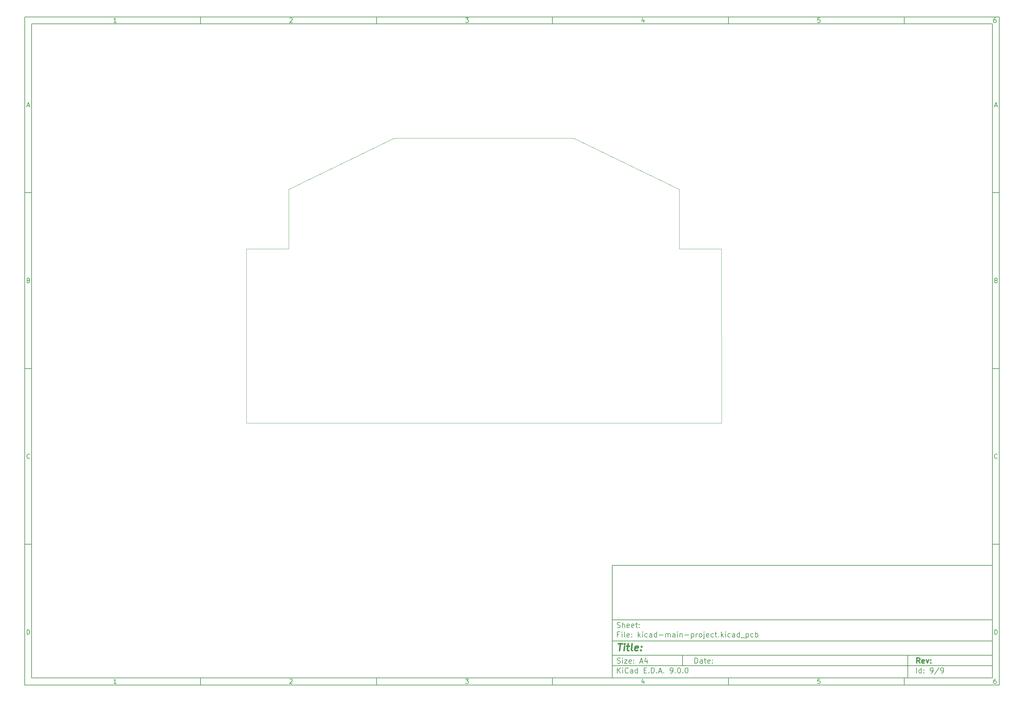
<source format=gbr>
%TF.GenerationSoftware,KiCad,Pcbnew,9.0.0*%
%TF.CreationDate,2025-05-10T22:05:33+07:00*%
%TF.ProjectId,kicad-main-project,6b696361-642d-46d6-9169-6e2d70726f6a,rev?*%
%TF.SameCoordinates,Original*%
%TF.FileFunction,Profile,NP*%
%FSLAX46Y46*%
G04 Gerber Fmt 4.6, Leading zero omitted, Abs format (unit mm)*
G04 Created by KiCad (PCBNEW 9.0.0) date 2025-05-10 22:05:33*
%MOMM*%
%LPD*%
G01*
G04 APERTURE LIST*
%ADD10C,0.100000*%
%ADD11C,0.150000*%
%ADD12C,0.300000*%
%ADD13C,0.400000*%
%TA.AperFunction,Profile*%
%ADD14C,0.050000*%
%TD*%
G04 APERTURE END LIST*
D10*
D11*
X177002200Y-166007200D02*
X285002200Y-166007200D01*
X285002200Y-198007200D01*
X177002200Y-198007200D01*
X177002200Y-166007200D01*
D10*
D11*
X10000000Y-10000000D02*
X287002200Y-10000000D01*
X287002200Y-200007200D01*
X10000000Y-200007200D01*
X10000000Y-10000000D01*
D10*
D11*
X12000000Y-12000000D02*
X285002200Y-12000000D01*
X285002200Y-198007200D01*
X12000000Y-198007200D01*
X12000000Y-12000000D01*
D10*
D11*
X60000000Y-12000000D02*
X60000000Y-10000000D01*
D10*
D11*
X110000000Y-12000000D02*
X110000000Y-10000000D01*
D10*
D11*
X160000000Y-12000000D02*
X160000000Y-10000000D01*
D10*
D11*
X210000000Y-12000000D02*
X210000000Y-10000000D01*
D10*
D11*
X260000000Y-12000000D02*
X260000000Y-10000000D01*
D10*
D11*
X36089160Y-11593604D02*
X35346303Y-11593604D01*
X35717731Y-11593604D02*
X35717731Y-10293604D01*
X35717731Y-10293604D02*
X35593922Y-10479319D01*
X35593922Y-10479319D02*
X35470112Y-10603128D01*
X35470112Y-10603128D02*
X35346303Y-10665033D01*
D10*
D11*
X85346303Y-10417414D02*
X85408207Y-10355509D01*
X85408207Y-10355509D02*
X85532017Y-10293604D01*
X85532017Y-10293604D02*
X85841541Y-10293604D01*
X85841541Y-10293604D02*
X85965350Y-10355509D01*
X85965350Y-10355509D02*
X86027255Y-10417414D01*
X86027255Y-10417414D02*
X86089160Y-10541223D01*
X86089160Y-10541223D02*
X86089160Y-10665033D01*
X86089160Y-10665033D02*
X86027255Y-10850747D01*
X86027255Y-10850747D02*
X85284398Y-11593604D01*
X85284398Y-11593604D02*
X86089160Y-11593604D01*
D10*
D11*
X135284398Y-10293604D02*
X136089160Y-10293604D01*
X136089160Y-10293604D02*
X135655826Y-10788842D01*
X135655826Y-10788842D02*
X135841541Y-10788842D01*
X135841541Y-10788842D02*
X135965350Y-10850747D01*
X135965350Y-10850747D02*
X136027255Y-10912652D01*
X136027255Y-10912652D02*
X136089160Y-11036461D01*
X136089160Y-11036461D02*
X136089160Y-11345985D01*
X136089160Y-11345985D02*
X136027255Y-11469795D01*
X136027255Y-11469795D02*
X135965350Y-11531700D01*
X135965350Y-11531700D02*
X135841541Y-11593604D01*
X135841541Y-11593604D02*
X135470112Y-11593604D01*
X135470112Y-11593604D02*
X135346303Y-11531700D01*
X135346303Y-11531700D02*
X135284398Y-11469795D01*
D10*
D11*
X185965350Y-10726938D02*
X185965350Y-11593604D01*
X185655826Y-10231700D02*
X185346303Y-11160271D01*
X185346303Y-11160271D02*
X186151064Y-11160271D01*
D10*
D11*
X236027255Y-10293604D02*
X235408207Y-10293604D01*
X235408207Y-10293604D02*
X235346303Y-10912652D01*
X235346303Y-10912652D02*
X235408207Y-10850747D01*
X235408207Y-10850747D02*
X235532017Y-10788842D01*
X235532017Y-10788842D02*
X235841541Y-10788842D01*
X235841541Y-10788842D02*
X235965350Y-10850747D01*
X235965350Y-10850747D02*
X236027255Y-10912652D01*
X236027255Y-10912652D02*
X236089160Y-11036461D01*
X236089160Y-11036461D02*
X236089160Y-11345985D01*
X236089160Y-11345985D02*
X236027255Y-11469795D01*
X236027255Y-11469795D02*
X235965350Y-11531700D01*
X235965350Y-11531700D02*
X235841541Y-11593604D01*
X235841541Y-11593604D02*
X235532017Y-11593604D01*
X235532017Y-11593604D02*
X235408207Y-11531700D01*
X235408207Y-11531700D02*
X235346303Y-11469795D01*
D10*
D11*
X285965350Y-10293604D02*
X285717731Y-10293604D01*
X285717731Y-10293604D02*
X285593922Y-10355509D01*
X285593922Y-10355509D02*
X285532017Y-10417414D01*
X285532017Y-10417414D02*
X285408207Y-10603128D01*
X285408207Y-10603128D02*
X285346303Y-10850747D01*
X285346303Y-10850747D02*
X285346303Y-11345985D01*
X285346303Y-11345985D02*
X285408207Y-11469795D01*
X285408207Y-11469795D02*
X285470112Y-11531700D01*
X285470112Y-11531700D02*
X285593922Y-11593604D01*
X285593922Y-11593604D02*
X285841541Y-11593604D01*
X285841541Y-11593604D02*
X285965350Y-11531700D01*
X285965350Y-11531700D02*
X286027255Y-11469795D01*
X286027255Y-11469795D02*
X286089160Y-11345985D01*
X286089160Y-11345985D02*
X286089160Y-11036461D01*
X286089160Y-11036461D02*
X286027255Y-10912652D01*
X286027255Y-10912652D02*
X285965350Y-10850747D01*
X285965350Y-10850747D02*
X285841541Y-10788842D01*
X285841541Y-10788842D02*
X285593922Y-10788842D01*
X285593922Y-10788842D02*
X285470112Y-10850747D01*
X285470112Y-10850747D02*
X285408207Y-10912652D01*
X285408207Y-10912652D02*
X285346303Y-11036461D01*
D10*
D11*
X60000000Y-198007200D02*
X60000000Y-200007200D01*
D10*
D11*
X110000000Y-198007200D02*
X110000000Y-200007200D01*
D10*
D11*
X160000000Y-198007200D02*
X160000000Y-200007200D01*
D10*
D11*
X210000000Y-198007200D02*
X210000000Y-200007200D01*
D10*
D11*
X260000000Y-198007200D02*
X260000000Y-200007200D01*
D10*
D11*
X36089160Y-199600804D02*
X35346303Y-199600804D01*
X35717731Y-199600804D02*
X35717731Y-198300804D01*
X35717731Y-198300804D02*
X35593922Y-198486519D01*
X35593922Y-198486519D02*
X35470112Y-198610328D01*
X35470112Y-198610328D02*
X35346303Y-198672233D01*
D10*
D11*
X85346303Y-198424614D02*
X85408207Y-198362709D01*
X85408207Y-198362709D02*
X85532017Y-198300804D01*
X85532017Y-198300804D02*
X85841541Y-198300804D01*
X85841541Y-198300804D02*
X85965350Y-198362709D01*
X85965350Y-198362709D02*
X86027255Y-198424614D01*
X86027255Y-198424614D02*
X86089160Y-198548423D01*
X86089160Y-198548423D02*
X86089160Y-198672233D01*
X86089160Y-198672233D02*
X86027255Y-198857947D01*
X86027255Y-198857947D02*
X85284398Y-199600804D01*
X85284398Y-199600804D02*
X86089160Y-199600804D01*
D10*
D11*
X135284398Y-198300804D02*
X136089160Y-198300804D01*
X136089160Y-198300804D02*
X135655826Y-198796042D01*
X135655826Y-198796042D02*
X135841541Y-198796042D01*
X135841541Y-198796042D02*
X135965350Y-198857947D01*
X135965350Y-198857947D02*
X136027255Y-198919852D01*
X136027255Y-198919852D02*
X136089160Y-199043661D01*
X136089160Y-199043661D02*
X136089160Y-199353185D01*
X136089160Y-199353185D02*
X136027255Y-199476995D01*
X136027255Y-199476995D02*
X135965350Y-199538900D01*
X135965350Y-199538900D02*
X135841541Y-199600804D01*
X135841541Y-199600804D02*
X135470112Y-199600804D01*
X135470112Y-199600804D02*
X135346303Y-199538900D01*
X135346303Y-199538900D02*
X135284398Y-199476995D01*
D10*
D11*
X185965350Y-198734138D02*
X185965350Y-199600804D01*
X185655826Y-198238900D02*
X185346303Y-199167471D01*
X185346303Y-199167471D02*
X186151064Y-199167471D01*
D10*
D11*
X236027255Y-198300804D02*
X235408207Y-198300804D01*
X235408207Y-198300804D02*
X235346303Y-198919852D01*
X235346303Y-198919852D02*
X235408207Y-198857947D01*
X235408207Y-198857947D02*
X235532017Y-198796042D01*
X235532017Y-198796042D02*
X235841541Y-198796042D01*
X235841541Y-198796042D02*
X235965350Y-198857947D01*
X235965350Y-198857947D02*
X236027255Y-198919852D01*
X236027255Y-198919852D02*
X236089160Y-199043661D01*
X236089160Y-199043661D02*
X236089160Y-199353185D01*
X236089160Y-199353185D02*
X236027255Y-199476995D01*
X236027255Y-199476995D02*
X235965350Y-199538900D01*
X235965350Y-199538900D02*
X235841541Y-199600804D01*
X235841541Y-199600804D02*
X235532017Y-199600804D01*
X235532017Y-199600804D02*
X235408207Y-199538900D01*
X235408207Y-199538900D02*
X235346303Y-199476995D01*
D10*
D11*
X285965350Y-198300804D02*
X285717731Y-198300804D01*
X285717731Y-198300804D02*
X285593922Y-198362709D01*
X285593922Y-198362709D02*
X285532017Y-198424614D01*
X285532017Y-198424614D02*
X285408207Y-198610328D01*
X285408207Y-198610328D02*
X285346303Y-198857947D01*
X285346303Y-198857947D02*
X285346303Y-199353185D01*
X285346303Y-199353185D02*
X285408207Y-199476995D01*
X285408207Y-199476995D02*
X285470112Y-199538900D01*
X285470112Y-199538900D02*
X285593922Y-199600804D01*
X285593922Y-199600804D02*
X285841541Y-199600804D01*
X285841541Y-199600804D02*
X285965350Y-199538900D01*
X285965350Y-199538900D02*
X286027255Y-199476995D01*
X286027255Y-199476995D02*
X286089160Y-199353185D01*
X286089160Y-199353185D02*
X286089160Y-199043661D01*
X286089160Y-199043661D02*
X286027255Y-198919852D01*
X286027255Y-198919852D02*
X285965350Y-198857947D01*
X285965350Y-198857947D02*
X285841541Y-198796042D01*
X285841541Y-198796042D02*
X285593922Y-198796042D01*
X285593922Y-198796042D02*
X285470112Y-198857947D01*
X285470112Y-198857947D02*
X285408207Y-198919852D01*
X285408207Y-198919852D02*
X285346303Y-199043661D01*
D10*
D11*
X10000000Y-60000000D02*
X12000000Y-60000000D01*
D10*
D11*
X10000000Y-110000000D02*
X12000000Y-110000000D01*
D10*
D11*
X10000000Y-160000000D02*
X12000000Y-160000000D01*
D10*
D11*
X10690476Y-35222176D02*
X11309523Y-35222176D01*
X10566666Y-35593604D02*
X10999999Y-34293604D01*
X10999999Y-34293604D02*
X11433333Y-35593604D01*
D10*
D11*
X11092857Y-84912652D02*
X11278571Y-84974557D01*
X11278571Y-84974557D02*
X11340476Y-85036461D01*
X11340476Y-85036461D02*
X11402380Y-85160271D01*
X11402380Y-85160271D02*
X11402380Y-85345985D01*
X11402380Y-85345985D02*
X11340476Y-85469795D01*
X11340476Y-85469795D02*
X11278571Y-85531700D01*
X11278571Y-85531700D02*
X11154761Y-85593604D01*
X11154761Y-85593604D02*
X10659523Y-85593604D01*
X10659523Y-85593604D02*
X10659523Y-84293604D01*
X10659523Y-84293604D02*
X11092857Y-84293604D01*
X11092857Y-84293604D02*
X11216666Y-84355509D01*
X11216666Y-84355509D02*
X11278571Y-84417414D01*
X11278571Y-84417414D02*
X11340476Y-84541223D01*
X11340476Y-84541223D02*
X11340476Y-84665033D01*
X11340476Y-84665033D02*
X11278571Y-84788842D01*
X11278571Y-84788842D02*
X11216666Y-84850747D01*
X11216666Y-84850747D02*
X11092857Y-84912652D01*
X11092857Y-84912652D02*
X10659523Y-84912652D01*
D10*
D11*
X11402380Y-135469795D02*
X11340476Y-135531700D01*
X11340476Y-135531700D02*
X11154761Y-135593604D01*
X11154761Y-135593604D02*
X11030952Y-135593604D01*
X11030952Y-135593604D02*
X10845238Y-135531700D01*
X10845238Y-135531700D02*
X10721428Y-135407890D01*
X10721428Y-135407890D02*
X10659523Y-135284080D01*
X10659523Y-135284080D02*
X10597619Y-135036461D01*
X10597619Y-135036461D02*
X10597619Y-134850747D01*
X10597619Y-134850747D02*
X10659523Y-134603128D01*
X10659523Y-134603128D02*
X10721428Y-134479319D01*
X10721428Y-134479319D02*
X10845238Y-134355509D01*
X10845238Y-134355509D02*
X11030952Y-134293604D01*
X11030952Y-134293604D02*
X11154761Y-134293604D01*
X11154761Y-134293604D02*
X11340476Y-134355509D01*
X11340476Y-134355509D02*
X11402380Y-134417414D01*
D10*
D11*
X10659523Y-185593604D02*
X10659523Y-184293604D01*
X10659523Y-184293604D02*
X10969047Y-184293604D01*
X10969047Y-184293604D02*
X11154761Y-184355509D01*
X11154761Y-184355509D02*
X11278571Y-184479319D01*
X11278571Y-184479319D02*
X11340476Y-184603128D01*
X11340476Y-184603128D02*
X11402380Y-184850747D01*
X11402380Y-184850747D02*
X11402380Y-185036461D01*
X11402380Y-185036461D02*
X11340476Y-185284080D01*
X11340476Y-185284080D02*
X11278571Y-185407890D01*
X11278571Y-185407890D02*
X11154761Y-185531700D01*
X11154761Y-185531700D02*
X10969047Y-185593604D01*
X10969047Y-185593604D02*
X10659523Y-185593604D01*
D10*
D11*
X287002200Y-60000000D02*
X285002200Y-60000000D01*
D10*
D11*
X287002200Y-110000000D02*
X285002200Y-110000000D01*
D10*
D11*
X287002200Y-160000000D02*
X285002200Y-160000000D01*
D10*
D11*
X285692676Y-35222176D02*
X286311723Y-35222176D01*
X285568866Y-35593604D02*
X286002199Y-34293604D01*
X286002199Y-34293604D02*
X286435533Y-35593604D01*
D10*
D11*
X286095057Y-84912652D02*
X286280771Y-84974557D01*
X286280771Y-84974557D02*
X286342676Y-85036461D01*
X286342676Y-85036461D02*
X286404580Y-85160271D01*
X286404580Y-85160271D02*
X286404580Y-85345985D01*
X286404580Y-85345985D02*
X286342676Y-85469795D01*
X286342676Y-85469795D02*
X286280771Y-85531700D01*
X286280771Y-85531700D02*
X286156961Y-85593604D01*
X286156961Y-85593604D02*
X285661723Y-85593604D01*
X285661723Y-85593604D02*
X285661723Y-84293604D01*
X285661723Y-84293604D02*
X286095057Y-84293604D01*
X286095057Y-84293604D02*
X286218866Y-84355509D01*
X286218866Y-84355509D02*
X286280771Y-84417414D01*
X286280771Y-84417414D02*
X286342676Y-84541223D01*
X286342676Y-84541223D02*
X286342676Y-84665033D01*
X286342676Y-84665033D02*
X286280771Y-84788842D01*
X286280771Y-84788842D02*
X286218866Y-84850747D01*
X286218866Y-84850747D02*
X286095057Y-84912652D01*
X286095057Y-84912652D02*
X285661723Y-84912652D01*
D10*
D11*
X286404580Y-135469795D02*
X286342676Y-135531700D01*
X286342676Y-135531700D02*
X286156961Y-135593604D01*
X286156961Y-135593604D02*
X286033152Y-135593604D01*
X286033152Y-135593604D02*
X285847438Y-135531700D01*
X285847438Y-135531700D02*
X285723628Y-135407890D01*
X285723628Y-135407890D02*
X285661723Y-135284080D01*
X285661723Y-135284080D02*
X285599819Y-135036461D01*
X285599819Y-135036461D02*
X285599819Y-134850747D01*
X285599819Y-134850747D02*
X285661723Y-134603128D01*
X285661723Y-134603128D02*
X285723628Y-134479319D01*
X285723628Y-134479319D02*
X285847438Y-134355509D01*
X285847438Y-134355509D02*
X286033152Y-134293604D01*
X286033152Y-134293604D02*
X286156961Y-134293604D01*
X286156961Y-134293604D02*
X286342676Y-134355509D01*
X286342676Y-134355509D02*
X286404580Y-134417414D01*
D10*
D11*
X285661723Y-185593604D02*
X285661723Y-184293604D01*
X285661723Y-184293604D02*
X285971247Y-184293604D01*
X285971247Y-184293604D02*
X286156961Y-184355509D01*
X286156961Y-184355509D02*
X286280771Y-184479319D01*
X286280771Y-184479319D02*
X286342676Y-184603128D01*
X286342676Y-184603128D02*
X286404580Y-184850747D01*
X286404580Y-184850747D02*
X286404580Y-185036461D01*
X286404580Y-185036461D02*
X286342676Y-185284080D01*
X286342676Y-185284080D02*
X286280771Y-185407890D01*
X286280771Y-185407890D02*
X286156961Y-185531700D01*
X286156961Y-185531700D02*
X285971247Y-185593604D01*
X285971247Y-185593604D02*
X285661723Y-185593604D01*
D10*
D11*
X200458026Y-193793328D02*
X200458026Y-192293328D01*
X200458026Y-192293328D02*
X200815169Y-192293328D01*
X200815169Y-192293328D02*
X201029455Y-192364757D01*
X201029455Y-192364757D02*
X201172312Y-192507614D01*
X201172312Y-192507614D02*
X201243741Y-192650471D01*
X201243741Y-192650471D02*
X201315169Y-192936185D01*
X201315169Y-192936185D02*
X201315169Y-193150471D01*
X201315169Y-193150471D02*
X201243741Y-193436185D01*
X201243741Y-193436185D02*
X201172312Y-193579042D01*
X201172312Y-193579042D02*
X201029455Y-193721900D01*
X201029455Y-193721900D02*
X200815169Y-193793328D01*
X200815169Y-193793328D02*
X200458026Y-193793328D01*
X202600884Y-193793328D02*
X202600884Y-193007614D01*
X202600884Y-193007614D02*
X202529455Y-192864757D01*
X202529455Y-192864757D02*
X202386598Y-192793328D01*
X202386598Y-192793328D02*
X202100884Y-192793328D01*
X202100884Y-192793328D02*
X201958026Y-192864757D01*
X202600884Y-193721900D02*
X202458026Y-193793328D01*
X202458026Y-193793328D02*
X202100884Y-193793328D01*
X202100884Y-193793328D02*
X201958026Y-193721900D01*
X201958026Y-193721900D02*
X201886598Y-193579042D01*
X201886598Y-193579042D02*
X201886598Y-193436185D01*
X201886598Y-193436185D02*
X201958026Y-193293328D01*
X201958026Y-193293328D02*
X202100884Y-193221900D01*
X202100884Y-193221900D02*
X202458026Y-193221900D01*
X202458026Y-193221900D02*
X202600884Y-193150471D01*
X203100884Y-192793328D02*
X203672312Y-192793328D01*
X203315169Y-192293328D02*
X203315169Y-193579042D01*
X203315169Y-193579042D02*
X203386598Y-193721900D01*
X203386598Y-193721900D02*
X203529455Y-193793328D01*
X203529455Y-193793328D02*
X203672312Y-193793328D01*
X204743741Y-193721900D02*
X204600884Y-193793328D01*
X204600884Y-193793328D02*
X204315170Y-193793328D01*
X204315170Y-193793328D02*
X204172312Y-193721900D01*
X204172312Y-193721900D02*
X204100884Y-193579042D01*
X204100884Y-193579042D02*
X204100884Y-193007614D01*
X204100884Y-193007614D02*
X204172312Y-192864757D01*
X204172312Y-192864757D02*
X204315170Y-192793328D01*
X204315170Y-192793328D02*
X204600884Y-192793328D01*
X204600884Y-192793328D02*
X204743741Y-192864757D01*
X204743741Y-192864757D02*
X204815170Y-193007614D01*
X204815170Y-193007614D02*
X204815170Y-193150471D01*
X204815170Y-193150471D02*
X204100884Y-193293328D01*
X205458026Y-193650471D02*
X205529455Y-193721900D01*
X205529455Y-193721900D02*
X205458026Y-193793328D01*
X205458026Y-193793328D02*
X205386598Y-193721900D01*
X205386598Y-193721900D02*
X205458026Y-193650471D01*
X205458026Y-193650471D02*
X205458026Y-193793328D01*
X205458026Y-192864757D02*
X205529455Y-192936185D01*
X205529455Y-192936185D02*
X205458026Y-193007614D01*
X205458026Y-193007614D02*
X205386598Y-192936185D01*
X205386598Y-192936185D02*
X205458026Y-192864757D01*
X205458026Y-192864757D02*
X205458026Y-193007614D01*
D10*
D11*
X177002200Y-194507200D02*
X285002200Y-194507200D01*
D10*
D11*
X178458026Y-196593328D02*
X178458026Y-195093328D01*
X179315169Y-196593328D02*
X178672312Y-195736185D01*
X179315169Y-195093328D02*
X178458026Y-195950471D01*
X179958026Y-196593328D02*
X179958026Y-195593328D01*
X179958026Y-195093328D02*
X179886598Y-195164757D01*
X179886598Y-195164757D02*
X179958026Y-195236185D01*
X179958026Y-195236185D02*
X180029455Y-195164757D01*
X180029455Y-195164757D02*
X179958026Y-195093328D01*
X179958026Y-195093328D02*
X179958026Y-195236185D01*
X181529455Y-196450471D02*
X181458027Y-196521900D01*
X181458027Y-196521900D02*
X181243741Y-196593328D01*
X181243741Y-196593328D02*
X181100884Y-196593328D01*
X181100884Y-196593328D02*
X180886598Y-196521900D01*
X180886598Y-196521900D02*
X180743741Y-196379042D01*
X180743741Y-196379042D02*
X180672312Y-196236185D01*
X180672312Y-196236185D02*
X180600884Y-195950471D01*
X180600884Y-195950471D02*
X180600884Y-195736185D01*
X180600884Y-195736185D02*
X180672312Y-195450471D01*
X180672312Y-195450471D02*
X180743741Y-195307614D01*
X180743741Y-195307614D02*
X180886598Y-195164757D01*
X180886598Y-195164757D02*
X181100884Y-195093328D01*
X181100884Y-195093328D02*
X181243741Y-195093328D01*
X181243741Y-195093328D02*
X181458027Y-195164757D01*
X181458027Y-195164757D02*
X181529455Y-195236185D01*
X182815170Y-196593328D02*
X182815170Y-195807614D01*
X182815170Y-195807614D02*
X182743741Y-195664757D01*
X182743741Y-195664757D02*
X182600884Y-195593328D01*
X182600884Y-195593328D02*
X182315170Y-195593328D01*
X182315170Y-195593328D02*
X182172312Y-195664757D01*
X182815170Y-196521900D02*
X182672312Y-196593328D01*
X182672312Y-196593328D02*
X182315170Y-196593328D01*
X182315170Y-196593328D02*
X182172312Y-196521900D01*
X182172312Y-196521900D02*
X182100884Y-196379042D01*
X182100884Y-196379042D02*
X182100884Y-196236185D01*
X182100884Y-196236185D02*
X182172312Y-196093328D01*
X182172312Y-196093328D02*
X182315170Y-196021900D01*
X182315170Y-196021900D02*
X182672312Y-196021900D01*
X182672312Y-196021900D02*
X182815170Y-195950471D01*
X184172313Y-196593328D02*
X184172313Y-195093328D01*
X184172313Y-196521900D02*
X184029455Y-196593328D01*
X184029455Y-196593328D02*
X183743741Y-196593328D01*
X183743741Y-196593328D02*
X183600884Y-196521900D01*
X183600884Y-196521900D02*
X183529455Y-196450471D01*
X183529455Y-196450471D02*
X183458027Y-196307614D01*
X183458027Y-196307614D02*
X183458027Y-195879042D01*
X183458027Y-195879042D02*
X183529455Y-195736185D01*
X183529455Y-195736185D02*
X183600884Y-195664757D01*
X183600884Y-195664757D02*
X183743741Y-195593328D01*
X183743741Y-195593328D02*
X184029455Y-195593328D01*
X184029455Y-195593328D02*
X184172313Y-195664757D01*
X186029455Y-195807614D02*
X186529455Y-195807614D01*
X186743741Y-196593328D02*
X186029455Y-196593328D01*
X186029455Y-196593328D02*
X186029455Y-195093328D01*
X186029455Y-195093328D02*
X186743741Y-195093328D01*
X187386598Y-196450471D02*
X187458027Y-196521900D01*
X187458027Y-196521900D02*
X187386598Y-196593328D01*
X187386598Y-196593328D02*
X187315170Y-196521900D01*
X187315170Y-196521900D02*
X187386598Y-196450471D01*
X187386598Y-196450471D02*
X187386598Y-196593328D01*
X188100884Y-196593328D02*
X188100884Y-195093328D01*
X188100884Y-195093328D02*
X188458027Y-195093328D01*
X188458027Y-195093328D02*
X188672313Y-195164757D01*
X188672313Y-195164757D02*
X188815170Y-195307614D01*
X188815170Y-195307614D02*
X188886599Y-195450471D01*
X188886599Y-195450471D02*
X188958027Y-195736185D01*
X188958027Y-195736185D02*
X188958027Y-195950471D01*
X188958027Y-195950471D02*
X188886599Y-196236185D01*
X188886599Y-196236185D02*
X188815170Y-196379042D01*
X188815170Y-196379042D02*
X188672313Y-196521900D01*
X188672313Y-196521900D02*
X188458027Y-196593328D01*
X188458027Y-196593328D02*
X188100884Y-196593328D01*
X189600884Y-196450471D02*
X189672313Y-196521900D01*
X189672313Y-196521900D02*
X189600884Y-196593328D01*
X189600884Y-196593328D02*
X189529456Y-196521900D01*
X189529456Y-196521900D02*
X189600884Y-196450471D01*
X189600884Y-196450471D02*
X189600884Y-196593328D01*
X190243742Y-196164757D02*
X190958028Y-196164757D01*
X190100885Y-196593328D02*
X190600885Y-195093328D01*
X190600885Y-195093328D02*
X191100885Y-196593328D01*
X191600884Y-196450471D02*
X191672313Y-196521900D01*
X191672313Y-196521900D02*
X191600884Y-196593328D01*
X191600884Y-196593328D02*
X191529456Y-196521900D01*
X191529456Y-196521900D02*
X191600884Y-196450471D01*
X191600884Y-196450471D02*
X191600884Y-196593328D01*
X193529456Y-196593328D02*
X193815170Y-196593328D01*
X193815170Y-196593328D02*
X193958027Y-196521900D01*
X193958027Y-196521900D02*
X194029456Y-196450471D01*
X194029456Y-196450471D02*
X194172313Y-196236185D01*
X194172313Y-196236185D02*
X194243742Y-195950471D01*
X194243742Y-195950471D02*
X194243742Y-195379042D01*
X194243742Y-195379042D02*
X194172313Y-195236185D01*
X194172313Y-195236185D02*
X194100885Y-195164757D01*
X194100885Y-195164757D02*
X193958027Y-195093328D01*
X193958027Y-195093328D02*
X193672313Y-195093328D01*
X193672313Y-195093328D02*
X193529456Y-195164757D01*
X193529456Y-195164757D02*
X193458027Y-195236185D01*
X193458027Y-195236185D02*
X193386599Y-195379042D01*
X193386599Y-195379042D02*
X193386599Y-195736185D01*
X193386599Y-195736185D02*
X193458027Y-195879042D01*
X193458027Y-195879042D02*
X193529456Y-195950471D01*
X193529456Y-195950471D02*
X193672313Y-196021900D01*
X193672313Y-196021900D02*
X193958027Y-196021900D01*
X193958027Y-196021900D02*
X194100885Y-195950471D01*
X194100885Y-195950471D02*
X194172313Y-195879042D01*
X194172313Y-195879042D02*
X194243742Y-195736185D01*
X194886598Y-196450471D02*
X194958027Y-196521900D01*
X194958027Y-196521900D02*
X194886598Y-196593328D01*
X194886598Y-196593328D02*
X194815170Y-196521900D01*
X194815170Y-196521900D02*
X194886598Y-196450471D01*
X194886598Y-196450471D02*
X194886598Y-196593328D01*
X195886599Y-195093328D02*
X196029456Y-195093328D01*
X196029456Y-195093328D02*
X196172313Y-195164757D01*
X196172313Y-195164757D02*
X196243742Y-195236185D01*
X196243742Y-195236185D02*
X196315170Y-195379042D01*
X196315170Y-195379042D02*
X196386599Y-195664757D01*
X196386599Y-195664757D02*
X196386599Y-196021900D01*
X196386599Y-196021900D02*
X196315170Y-196307614D01*
X196315170Y-196307614D02*
X196243742Y-196450471D01*
X196243742Y-196450471D02*
X196172313Y-196521900D01*
X196172313Y-196521900D02*
X196029456Y-196593328D01*
X196029456Y-196593328D02*
X195886599Y-196593328D01*
X195886599Y-196593328D02*
X195743742Y-196521900D01*
X195743742Y-196521900D02*
X195672313Y-196450471D01*
X195672313Y-196450471D02*
X195600884Y-196307614D01*
X195600884Y-196307614D02*
X195529456Y-196021900D01*
X195529456Y-196021900D02*
X195529456Y-195664757D01*
X195529456Y-195664757D02*
X195600884Y-195379042D01*
X195600884Y-195379042D02*
X195672313Y-195236185D01*
X195672313Y-195236185D02*
X195743742Y-195164757D01*
X195743742Y-195164757D02*
X195886599Y-195093328D01*
X197029455Y-196450471D02*
X197100884Y-196521900D01*
X197100884Y-196521900D02*
X197029455Y-196593328D01*
X197029455Y-196593328D02*
X196958027Y-196521900D01*
X196958027Y-196521900D02*
X197029455Y-196450471D01*
X197029455Y-196450471D02*
X197029455Y-196593328D01*
X198029456Y-195093328D02*
X198172313Y-195093328D01*
X198172313Y-195093328D02*
X198315170Y-195164757D01*
X198315170Y-195164757D02*
X198386599Y-195236185D01*
X198386599Y-195236185D02*
X198458027Y-195379042D01*
X198458027Y-195379042D02*
X198529456Y-195664757D01*
X198529456Y-195664757D02*
X198529456Y-196021900D01*
X198529456Y-196021900D02*
X198458027Y-196307614D01*
X198458027Y-196307614D02*
X198386599Y-196450471D01*
X198386599Y-196450471D02*
X198315170Y-196521900D01*
X198315170Y-196521900D02*
X198172313Y-196593328D01*
X198172313Y-196593328D02*
X198029456Y-196593328D01*
X198029456Y-196593328D02*
X197886599Y-196521900D01*
X197886599Y-196521900D02*
X197815170Y-196450471D01*
X197815170Y-196450471D02*
X197743741Y-196307614D01*
X197743741Y-196307614D02*
X197672313Y-196021900D01*
X197672313Y-196021900D02*
X197672313Y-195664757D01*
X197672313Y-195664757D02*
X197743741Y-195379042D01*
X197743741Y-195379042D02*
X197815170Y-195236185D01*
X197815170Y-195236185D02*
X197886599Y-195164757D01*
X197886599Y-195164757D02*
X198029456Y-195093328D01*
D10*
D11*
X177002200Y-191507200D02*
X285002200Y-191507200D01*
D10*
D12*
X264413853Y-193785528D02*
X263913853Y-193071242D01*
X263556710Y-193785528D02*
X263556710Y-192285528D01*
X263556710Y-192285528D02*
X264128139Y-192285528D01*
X264128139Y-192285528D02*
X264270996Y-192356957D01*
X264270996Y-192356957D02*
X264342425Y-192428385D01*
X264342425Y-192428385D02*
X264413853Y-192571242D01*
X264413853Y-192571242D02*
X264413853Y-192785528D01*
X264413853Y-192785528D02*
X264342425Y-192928385D01*
X264342425Y-192928385D02*
X264270996Y-192999814D01*
X264270996Y-192999814D02*
X264128139Y-193071242D01*
X264128139Y-193071242D02*
X263556710Y-193071242D01*
X265628139Y-193714100D02*
X265485282Y-193785528D01*
X265485282Y-193785528D02*
X265199568Y-193785528D01*
X265199568Y-193785528D02*
X265056710Y-193714100D01*
X265056710Y-193714100D02*
X264985282Y-193571242D01*
X264985282Y-193571242D02*
X264985282Y-192999814D01*
X264985282Y-192999814D02*
X265056710Y-192856957D01*
X265056710Y-192856957D02*
X265199568Y-192785528D01*
X265199568Y-192785528D02*
X265485282Y-192785528D01*
X265485282Y-192785528D02*
X265628139Y-192856957D01*
X265628139Y-192856957D02*
X265699568Y-192999814D01*
X265699568Y-192999814D02*
X265699568Y-193142671D01*
X265699568Y-193142671D02*
X264985282Y-193285528D01*
X266199567Y-192785528D02*
X266556710Y-193785528D01*
X266556710Y-193785528D02*
X266913853Y-192785528D01*
X267485281Y-193642671D02*
X267556710Y-193714100D01*
X267556710Y-193714100D02*
X267485281Y-193785528D01*
X267485281Y-193785528D02*
X267413853Y-193714100D01*
X267413853Y-193714100D02*
X267485281Y-193642671D01*
X267485281Y-193642671D02*
X267485281Y-193785528D01*
X267485281Y-192856957D02*
X267556710Y-192928385D01*
X267556710Y-192928385D02*
X267485281Y-192999814D01*
X267485281Y-192999814D02*
X267413853Y-192928385D01*
X267413853Y-192928385D02*
X267485281Y-192856957D01*
X267485281Y-192856957D02*
X267485281Y-192999814D01*
D10*
D11*
X178386598Y-193721900D02*
X178600884Y-193793328D01*
X178600884Y-193793328D02*
X178958026Y-193793328D01*
X178958026Y-193793328D02*
X179100884Y-193721900D01*
X179100884Y-193721900D02*
X179172312Y-193650471D01*
X179172312Y-193650471D02*
X179243741Y-193507614D01*
X179243741Y-193507614D02*
X179243741Y-193364757D01*
X179243741Y-193364757D02*
X179172312Y-193221900D01*
X179172312Y-193221900D02*
X179100884Y-193150471D01*
X179100884Y-193150471D02*
X178958026Y-193079042D01*
X178958026Y-193079042D02*
X178672312Y-193007614D01*
X178672312Y-193007614D02*
X178529455Y-192936185D01*
X178529455Y-192936185D02*
X178458026Y-192864757D01*
X178458026Y-192864757D02*
X178386598Y-192721900D01*
X178386598Y-192721900D02*
X178386598Y-192579042D01*
X178386598Y-192579042D02*
X178458026Y-192436185D01*
X178458026Y-192436185D02*
X178529455Y-192364757D01*
X178529455Y-192364757D02*
X178672312Y-192293328D01*
X178672312Y-192293328D02*
X179029455Y-192293328D01*
X179029455Y-192293328D02*
X179243741Y-192364757D01*
X179886597Y-193793328D02*
X179886597Y-192793328D01*
X179886597Y-192293328D02*
X179815169Y-192364757D01*
X179815169Y-192364757D02*
X179886597Y-192436185D01*
X179886597Y-192436185D02*
X179958026Y-192364757D01*
X179958026Y-192364757D02*
X179886597Y-192293328D01*
X179886597Y-192293328D02*
X179886597Y-192436185D01*
X180458026Y-192793328D02*
X181243741Y-192793328D01*
X181243741Y-192793328D02*
X180458026Y-193793328D01*
X180458026Y-193793328D02*
X181243741Y-193793328D01*
X182386598Y-193721900D02*
X182243741Y-193793328D01*
X182243741Y-193793328D02*
X181958027Y-193793328D01*
X181958027Y-193793328D02*
X181815169Y-193721900D01*
X181815169Y-193721900D02*
X181743741Y-193579042D01*
X181743741Y-193579042D02*
X181743741Y-193007614D01*
X181743741Y-193007614D02*
X181815169Y-192864757D01*
X181815169Y-192864757D02*
X181958027Y-192793328D01*
X181958027Y-192793328D02*
X182243741Y-192793328D01*
X182243741Y-192793328D02*
X182386598Y-192864757D01*
X182386598Y-192864757D02*
X182458027Y-193007614D01*
X182458027Y-193007614D02*
X182458027Y-193150471D01*
X182458027Y-193150471D02*
X181743741Y-193293328D01*
X183100883Y-193650471D02*
X183172312Y-193721900D01*
X183172312Y-193721900D02*
X183100883Y-193793328D01*
X183100883Y-193793328D02*
X183029455Y-193721900D01*
X183029455Y-193721900D02*
X183100883Y-193650471D01*
X183100883Y-193650471D02*
X183100883Y-193793328D01*
X183100883Y-192864757D02*
X183172312Y-192936185D01*
X183172312Y-192936185D02*
X183100883Y-193007614D01*
X183100883Y-193007614D02*
X183029455Y-192936185D01*
X183029455Y-192936185D02*
X183100883Y-192864757D01*
X183100883Y-192864757D02*
X183100883Y-193007614D01*
X184886598Y-193364757D02*
X185600884Y-193364757D01*
X184743741Y-193793328D02*
X185243741Y-192293328D01*
X185243741Y-192293328D02*
X185743741Y-193793328D01*
X186886598Y-192793328D02*
X186886598Y-193793328D01*
X186529455Y-192221900D02*
X186172312Y-193293328D01*
X186172312Y-193293328D02*
X187100883Y-193293328D01*
D10*
D11*
X263458026Y-196593328D02*
X263458026Y-195093328D01*
X264815170Y-196593328D02*
X264815170Y-195093328D01*
X264815170Y-196521900D02*
X264672312Y-196593328D01*
X264672312Y-196593328D02*
X264386598Y-196593328D01*
X264386598Y-196593328D02*
X264243741Y-196521900D01*
X264243741Y-196521900D02*
X264172312Y-196450471D01*
X264172312Y-196450471D02*
X264100884Y-196307614D01*
X264100884Y-196307614D02*
X264100884Y-195879042D01*
X264100884Y-195879042D02*
X264172312Y-195736185D01*
X264172312Y-195736185D02*
X264243741Y-195664757D01*
X264243741Y-195664757D02*
X264386598Y-195593328D01*
X264386598Y-195593328D02*
X264672312Y-195593328D01*
X264672312Y-195593328D02*
X264815170Y-195664757D01*
X265529455Y-196450471D02*
X265600884Y-196521900D01*
X265600884Y-196521900D02*
X265529455Y-196593328D01*
X265529455Y-196593328D02*
X265458027Y-196521900D01*
X265458027Y-196521900D02*
X265529455Y-196450471D01*
X265529455Y-196450471D02*
X265529455Y-196593328D01*
X265529455Y-195664757D02*
X265600884Y-195736185D01*
X265600884Y-195736185D02*
X265529455Y-195807614D01*
X265529455Y-195807614D02*
X265458027Y-195736185D01*
X265458027Y-195736185D02*
X265529455Y-195664757D01*
X265529455Y-195664757D02*
X265529455Y-195807614D01*
X267458027Y-196593328D02*
X267743741Y-196593328D01*
X267743741Y-196593328D02*
X267886598Y-196521900D01*
X267886598Y-196521900D02*
X267958027Y-196450471D01*
X267958027Y-196450471D02*
X268100884Y-196236185D01*
X268100884Y-196236185D02*
X268172313Y-195950471D01*
X268172313Y-195950471D02*
X268172313Y-195379042D01*
X268172313Y-195379042D02*
X268100884Y-195236185D01*
X268100884Y-195236185D02*
X268029456Y-195164757D01*
X268029456Y-195164757D02*
X267886598Y-195093328D01*
X267886598Y-195093328D02*
X267600884Y-195093328D01*
X267600884Y-195093328D02*
X267458027Y-195164757D01*
X267458027Y-195164757D02*
X267386598Y-195236185D01*
X267386598Y-195236185D02*
X267315170Y-195379042D01*
X267315170Y-195379042D02*
X267315170Y-195736185D01*
X267315170Y-195736185D02*
X267386598Y-195879042D01*
X267386598Y-195879042D02*
X267458027Y-195950471D01*
X267458027Y-195950471D02*
X267600884Y-196021900D01*
X267600884Y-196021900D02*
X267886598Y-196021900D01*
X267886598Y-196021900D02*
X268029456Y-195950471D01*
X268029456Y-195950471D02*
X268100884Y-195879042D01*
X268100884Y-195879042D02*
X268172313Y-195736185D01*
X269886598Y-195021900D02*
X268600884Y-196950471D01*
X270458027Y-196593328D02*
X270743741Y-196593328D01*
X270743741Y-196593328D02*
X270886598Y-196521900D01*
X270886598Y-196521900D02*
X270958027Y-196450471D01*
X270958027Y-196450471D02*
X271100884Y-196236185D01*
X271100884Y-196236185D02*
X271172313Y-195950471D01*
X271172313Y-195950471D02*
X271172313Y-195379042D01*
X271172313Y-195379042D02*
X271100884Y-195236185D01*
X271100884Y-195236185D02*
X271029456Y-195164757D01*
X271029456Y-195164757D02*
X270886598Y-195093328D01*
X270886598Y-195093328D02*
X270600884Y-195093328D01*
X270600884Y-195093328D02*
X270458027Y-195164757D01*
X270458027Y-195164757D02*
X270386598Y-195236185D01*
X270386598Y-195236185D02*
X270315170Y-195379042D01*
X270315170Y-195379042D02*
X270315170Y-195736185D01*
X270315170Y-195736185D02*
X270386598Y-195879042D01*
X270386598Y-195879042D02*
X270458027Y-195950471D01*
X270458027Y-195950471D02*
X270600884Y-196021900D01*
X270600884Y-196021900D02*
X270886598Y-196021900D01*
X270886598Y-196021900D02*
X271029456Y-195950471D01*
X271029456Y-195950471D02*
X271100884Y-195879042D01*
X271100884Y-195879042D02*
X271172313Y-195736185D01*
D10*
D11*
X177002200Y-187507200D02*
X285002200Y-187507200D01*
D10*
D13*
X178693928Y-188211638D02*
X179836785Y-188211638D01*
X179015357Y-190211638D02*
X179265357Y-188211638D01*
X180253452Y-190211638D02*
X180420119Y-188878304D01*
X180503452Y-188211638D02*
X180396309Y-188306876D01*
X180396309Y-188306876D02*
X180479643Y-188402114D01*
X180479643Y-188402114D02*
X180586786Y-188306876D01*
X180586786Y-188306876D02*
X180503452Y-188211638D01*
X180503452Y-188211638D02*
X180479643Y-188402114D01*
X181086786Y-188878304D02*
X181848690Y-188878304D01*
X181455833Y-188211638D02*
X181241548Y-189925923D01*
X181241548Y-189925923D02*
X181312976Y-190116400D01*
X181312976Y-190116400D02*
X181491548Y-190211638D01*
X181491548Y-190211638D02*
X181682024Y-190211638D01*
X182634405Y-190211638D02*
X182455833Y-190116400D01*
X182455833Y-190116400D02*
X182384405Y-189925923D01*
X182384405Y-189925923D02*
X182598690Y-188211638D01*
X184170119Y-190116400D02*
X183967738Y-190211638D01*
X183967738Y-190211638D02*
X183586785Y-190211638D01*
X183586785Y-190211638D02*
X183408214Y-190116400D01*
X183408214Y-190116400D02*
X183336785Y-189925923D01*
X183336785Y-189925923D02*
X183432024Y-189164019D01*
X183432024Y-189164019D02*
X183551071Y-188973542D01*
X183551071Y-188973542D02*
X183753452Y-188878304D01*
X183753452Y-188878304D02*
X184134404Y-188878304D01*
X184134404Y-188878304D02*
X184312976Y-188973542D01*
X184312976Y-188973542D02*
X184384404Y-189164019D01*
X184384404Y-189164019D02*
X184360595Y-189354495D01*
X184360595Y-189354495D02*
X183384404Y-189544971D01*
X185134405Y-190021161D02*
X185217738Y-190116400D01*
X185217738Y-190116400D02*
X185110595Y-190211638D01*
X185110595Y-190211638D02*
X185027262Y-190116400D01*
X185027262Y-190116400D02*
X185134405Y-190021161D01*
X185134405Y-190021161D02*
X185110595Y-190211638D01*
X185265357Y-188973542D02*
X185348690Y-189068780D01*
X185348690Y-189068780D02*
X185241548Y-189164019D01*
X185241548Y-189164019D02*
X185158214Y-189068780D01*
X185158214Y-189068780D02*
X185265357Y-188973542D01*
X185265357Y-188973542D02*
X185241548Y-189164019D01*
D10*
D11*
X178958026Y-185607614D02*
X178458026Y-185607614D01*
X178458026Y-186393328D02*
X178458026Y-184893328D01*
X178458026Y-184893328D02*
X179172312Y-184893328D01*
X179743740Y-186393328D02*
X179743740Y-185393328D01*
X179743740Y-184893328D02*
X179672312Y-184964757D01*
X179672312Y-184964757D02*
X179743740Y-185036185D01*
X179743740Y-185036185D02*
X179815169Y-184964757D01*
X179815169Y-184964757D02*
X179743740Y-184893328D01*
X179743740Y-184893328D02*
X179743740Y-185036185D01*
X180672312Y-186393328D02*
X180529455Y-186321900D01*
X180529455Y-186321900D02*
X180458026Y-186179042D01*
X180458026Y-186179042D02*
X180458026Y-184893328D01*
X181815169Y-186321900D02*
X181672312Y-186393328D01*
X181672312Y-186393328D02*
X181386598Y-186393328D01*
X181386598Y-186393328D02*
X181243740Y-186321900D01*
X181243740Y-186321900D02*
X181172312Y-186179042D01*
X181172312Y-186179042D02*
X181172312Y-185607614D01*
X181172312Y-185607614D02*
X181243740Y-185464757D01*
X181243740Y-185464757D02*
X181386598Y-185393328D01*
X181386598Y-185393328D02*
X181672312Y-185393328D01*
X181672312Y-185393328D02*
X181815169Y-185464757D01*
X181815169Y-185464757D02*
X181886598Y-185607614D01*
X181886598Y-185607614D02*
X181886598Y-185750471D01*
X181886598Y-185750471D02*
X181172312Y-185893328D01*
X182529454Y-186250471D02*
X182600883Y-186321900D01*
X182600883Y-186321900D02*
X182529454Y-186393328D01*
X182529454Y-186393328D02*
X182458026Y-186321900D01*
X182458026Y-186321900D02*
X182529454Y-186250471D01*
X182529454Y-186250471D02*
X182529454Y-186393328D01*
X182529454Y-185464757D02*
X182600883Y-185536185D01*
X182600883Y-185536185D02*
X182529454Y-185607614D01*
X182529454Y-185607614D02*
X182458026Y-185536185D01*
X182458026Y-185536185D02*
X182529454Y-185464757D01*
X182529454Y-185464757D02*
X182529454Y-185607614D01*
X184386597Y-186393328D02*
X184386597Y-184893328D01*
X184529455Y-185821900D02*
X184958026Y-186393328D01*
X184958026Y-185393328D02*
X184386597Y-185964757D01*
X185600883Y-186393328D02*
X185600883Y-185393328D01*
X185600883Y-184893328D02*
X185529455Y-184964757D01*
X185529455Y-184964757D02*
X185600883Y-185036185D01*
X185600883Y-185036185D02*
X185672312Y-184964757D01*
X185672312Y-184964757D02*
X185600883Y-184893328D01*
X185600883Y-184893328D02*
X185600883Y-185036185D01*
X186958027Y-186321900D02*
X186815169Y-186393328D01*
X186815169Y-186393328D02*
X186529455Y-186393328D01*
X186529455Y-186393328D02*
X186386598Y-186321900D01*
X186386598Y-186321900D02*
X186315169Y-186250471D01*
X186315169Y-186250471D02*
X186243741Y-186107614D01*
X186243741Y-186107614D02*
X186243741Y-185679042D01*
X186243741Y-185679042D02*
X186315169Y-185536185D01*
X186315169Y-185536185D02*
X186386598Y-185464757D01*
X186386598Y-185464757D02*
X186529455Y-185393328D01*
X186529455Y-185393328D02*
X186815169Y-185393328D01*
X186815169Y-185393328D02*
X186958027Y-185464757D01*
X188243741Y-186393328D02*
X188243741Y-185607614D01*
X188243741Y-185607614D02*
X188172312Y-185464757D01*
X188172312Y-185464757D02*
X188029455Y-185393328D01*
X188029455Y-185393328D02*
X187743741Y-185393328D01*
X187743741Y-185393328D02*
X187600883Y-185464757D01*
X188243741Y-186321900D02*
X188100883Y-186393328D01*
X188100883Y-186393328D02*
X187743741Y-186393328D01*
X187743741Y-186393328D02*
X187600883Y-186321900D01*
X187600883Y-186321900D02*
X187529455Y-186179042D01*
X187529455Y-186179042D02*
X187529455Y-186036185D01*
X187529455Y-186036185D02*
X187600883Y-185893328D01*
X187600883Y-185893328D02*
X187743741Y-185821900D01*
X187743741Y-185821900D02*
X188100883Y-185821900D01*
X188100883Y-185821900D02*
X188243741Y-185750471D01*
X189600884Y-186393328D02*
X189600884Y-184893328D01*
X189600884Y-186321900D02*
X189458026Y-186393328D01*
X189458026Y-186393328D02*
X189172312Y-186393328D01*
X189172312Y-186393328D02*
X189029455Y-186321900D01*
X189029455Y-186321900D02*
X188958026Y-186250471D01*
X188958026Y-186250471D02*
X188886598Y-186107614D01*
X188886598Y-186107614D02*
X188886598Y-185679042D01*
X188886598Y-185679042D02*
X188958026Y-185536185D01*
X188958026Y-185536185D02*
X189029455Y-185464757D01*
X189029455Y-185464757D02*
X189172312Y-185393328D01*
X189172312Y-185393328D02*
X189458026Y-185393328D01*
X189458026Y-185393328D02*
X189600884Y-185464757D01*
X190315169Y-185821900D02*
X191458027Y-185821900D01*
X192172312Y-186393328D02*
X192172312Y-185393328D01*
X192172312Y-185536185D02*
X192243741Y-185464757D01*
X192243741Y-185464757D02*
X192386598Y-185393328D01*
X192386598Y-185393328D02*
X192600884Y-185393328D01*
X192600884Y-185393328D02*
X192743741Y-185464757D01*
X192743741Y-185464757D02*
X192815170Y-185607614D01*
X192815170Y-185607614D02*
X192815170Y-186393328D01*
X192815170Y-185607614D02*
X192886598Y-185464757D01*
X192886598Y-185464757D02*
X193029455Y-185393328D01*
X193029455Y-185393328D02*
X193243741Y-185393328D01*
X193243741Y-185393328D02*
X193386598Y-185464757D01*
X193386598Y-185464757D02*
X193458027Y-185607614D01*
X193458027Y-185607614D02*
X193458027Y-186393328D01*
X194815170Y-186393328D02*
X194815170Y-185607614D01*
X194815170Y-185607614D02*
X194743741Y-185464757D01*
X194743741Y-185464757D02*
X194600884Y-185393328D01*
X194600884Y-185393328D02*
X194315170Y-185393328D01*
X194315170Y-185393328D02*
X194172312Y-185464757D01*
X194815170Y-186321900D02*
X194672312Y-186393328D01*
X194672312Y-186393328D02*
X194315170Y-186393328D01*
X194315170Y-186393328D02*
X194172312Y-186321900D01*
X194172312Y-186321900D02*
X194100884Y-186179042D01*
X194100884Y-186179042D02*
X194100884Y-186036185D01*
X194100884Y-186036185D02*
X194172312Y-185893328D01*
X194172312Y-185893328D02*
X194315170Y-185821900D01*
X194315170Y-185821900D02*
X194672312Y-185821900D01*
X194672312Y-185821900D02*
X194815170Y-185750471D01*
X195529455Y-186393328D02*
X195529455Y-185393328D01*
X195529455Y-184893328D02*
X195458027Y-184964757D01*
X195458027Y-184964757D02*
X195529455Y-185036185D01*
X195529455Y-185036185D02*
X195600884Y-184964757D01*
X195600884Y-184964757D02*
X195529455Y-184893328D01*
X195529455Y-184893328D02*
X195529455Y-185036185D01*
X196243741Y-185393328D02*
X196243741Y-186393328D01*
X196243741Y-185536185D02*
X196315170Y-185464757D01*
X196315170Y-185464757D02*
X196458027Y-185393328D01*
X196458027Y-185393328D02*
X196672313Y-185393328D01*
X196672313Y-185393328D02*
X196815170Y-185464757D01*
X196815170Y-185464757D02*
X196886599Y-185607614D01*
X196886599Y-185607614D02*
X196886599Y-186393328D01*
X197600884Y-185821900D02*
X198743742Y-185821900D01*
X199458027Y-185393328D02*
X199458027Y-186893328D01*
X199458027Y-185464757D02*
X199600885Y-185393328D01*
X199600885Y-185393328D02*
X199886599Y-185393328D01*
X199886599Y-185393328D02*
X200029456Y-185464757D01*
X200029456Y-185464757D02*
X200100885Y-185536185D01*
X200100885Y-185536185D02*
X200172313Y-185679042D01*
X200172313Y-185679042D02*
X200172313Y-186107614D01*
X200172313Y-186107614D02*
X200100885Y-186250471D01*
X200100885Y-186250471D02*
X200029456Y-186321900D01*
X200029456Y-186321900D02*
X199886599Y-186393328D01*
X199886599Y-186393328D02*
X199600885Y-186393328D01*
X199600885Y-186393328D02*
X199458027Y-186321900D01*
X200815170Y-186393328D02*
X200815170Y-185393328D01*
X200815170Y-185679042D02*
X200886599Y-185536185D01*
X200886599Y-185536185D02*
X200958028Y-185464757D01*
X200958028Y-185464757D02*
X201100885Y-185393328D01*
X201100885Y-185393328D02*
X201243742Y-185393328D01*
X201958027Y-186393328D02*
X201815170Y-186321900D01*
X201815170Y-186321900D02*
X201743741Y-186250471D01*
X201743741Y-186250471D02*
X201672313Y-186107614D01*
X201672313Y-186107614D02*
X201672313Y-185679042D01*
X201672313Y-185679042D02*
X201743741Y-185536185D01*
X201743741Y-185536185D02*
X201815170Y-185464757D01*
X201815170Y-185464757D02*
X201958027Y-185393328D01*
X201958027Y-185393328D02*
X202172313Y-185393328D01*
X202172313Y-185393328D02*
X202315170Y-185464757D01*
X202315170Y-185464757D02*
X202386599Y-185536185D01*
X202386599Y-185536185D02*
X202458027Y-185679042D01*
X202458027Y-185679042D02*
X202458027Y-186107614D01*
X202458027Y-186107614D02*
X202386599Y-186250471D01*
X202386599Y-186250471D02*
X202315170Y-186321900D01*
X202315170Y-186321900D02*
X202172313Y-186393328D01*
X202172313Y-186393328D02*
X201958027Y-186393328D01*
X203100884Y-185393328D02*
X203100884Y-186679042D01*
X203100884Y-186679042D02*
X203029456Y-186821900D01*
X203029456Y-186821900D02*
X202886599Y-186893328D01*
X202886599Y-186893328D02*
X202815170Y-186893328D01*
X203100884Y-184893328D02*
X203029456Y-184964757D01*
X203029456Y-184964757D02*
X203100884Y-185036185D01*
X203100884Y-185036185D02*
X203172313Y-184964757D01*
X203172313Y-184964757D02*
X203100884Y-184893328D01*
X203100884Y-184893328D02*
X203100884Y-185036185D01*
X204386599Y-186321900D02*
X204243742Y-186393328D01*
X204243742Y-186393328D02*
X203958028Y-186393328D01*
X203958028Y-186393328D02*
X203815170Y-186321900D01*
X203815170Y-186321900D02*
X203743742Y-186179042D01*
X203743742Y-186179042D02*
X203743742Y-185607614D01*
X203743742Y-185607614D02*
X203815170Y-185464757D01*
X203815170Y-185464757D02*
X203958028Y-185393328D01*
X203958028Y-185393328D02*
X204243742Y-185393328D01*
X204243742Y-185393328D02*
X204386599Y-185464757D01*
X204386599Y-185464757D02*
X204458028Y-185607614D01*
X204458028Y-185607614D02*
X204458028Y-185750471D01*
X204458028Y-185750471D02*
X203743742Y-185893328D01*
X205743742Y-186321900D02*
X205600884Y-186393328D01*
X205600884Y-186393328D02*
X205315170Y-186393328D01*
X205315170Y-186393328D02*
X205172313Y-186321900D01*
X205172313Y-186321900D02*
X205100884Y-186250471D01*
X205100884Y-186250471D02*
X205029456Y-186107614D01*
X205029456Y-186107614D02*
X205029456Y-185679042D01*
X205029456Y-185679042D02*
X205100884Y-185536185D01*
X205100884Y-185536185D02*
X205172313Y-185464757D01*
X205172313Y-185464757D02*
X205315170Y-185393328D01*
X205315170Y-185393328D02*
X205600884Y-185393328D01*
X205600884Y-185393328D02*
X205743742Y-185464757D01*
X206172313Y-185393328D02*
X206743741Y-185393328D01*
X206386598Y-184893328D02*
X206386598Y-186179042D01*
X206386598Y-186179042D02*
X206458027Y-186321900D01*
X206458027Y-186321900D02*
X206600884Y-186393328D01*
X206600884Y-186393328D02*
X206743741Y-186393328D01*
X207243741Y-186250471D02*
X207315170Y-186321900D01*
X207315170Y-186321900D02*
X207243741Y-186393328D01*
X207243741Y-186393328D02*
X207172313Y-186321900D01*
X207172313Y-186321900D02*
X207243741Y-186250471D01*
X207243741Y-186250471D02*
X207243741Y-186393328D01*
X207958027Y-186393328D02*
X207958027Y-184893328D01*
X208100885Y-185821900D02*
X208529456Y-186393328D01*
X208529456Y-185393328D02*
X207958027Y-185964757D01*
X209172313Y-186393328D02*
X209172313Y-185393328D01*
X209172313Y-184893328D02*
X209100885Y-184964757D01*
X209100885Y-184964757D02*
X209172313Y-185036185D01*
X209172313Y-185036185D02*
X209243742Y-184964757D01*
X209243742Y-184964757D02*
X209172313Y-184893328D01*
X209172313Y-184893328D02*
X209172313Y-185036185D01*
X210529457Y-186321900D02*
X210386599Y-186393328D01*
X210386599Y-186393328D02*
X210100885Y-186393328D01*
X210100885Y-186393328D02*
X209958028Y-186321900D01*
X209958028Y-186321900D02*
X209886599Y-186250471D01*
X209886599Y-186250471D02*
X209815171Y-186107614D01*
X209815171Y-186107614D02*
X209815171Y-185679042D01*
X209815171Y-185679042D02*
X209886599Y-185536185D01*
X209886599Y-185536185D02*
X209958028Y-185464757D01*
X209958028Y-185464757D02*
X210100885Y-185393328D01*
X210100885Y-185393328D02*
X210386599Y-185393328D01*
X210386599Y-185393328D02*
X210529457Y-185464757D01*
X211815171Y-186393328D02*
X211815171Y-185607614D01*
X211815171Y-185607614D02*
X211743742Y-185464757D01*
X211743742Y-185464757D02*
X211600885Y-185393328D01*
X211600885Y-185393328D02*
X211315171Y-185393328D01*
X211315171Y-185393328D02*
X211172313Y-185464757D01*
X211815171Y-186321900D02*
X211672313Y-186393328D01*
X211672313Y-186393328D02*
X211315171Y-186393328D01*
X211315171Y-186393328D02*
X211172313Y-186321900D01*
X211172313Y-186321900D02*
X211100885Y-186179042D01*
X211100885Y-186179042D02*
X211100885Y-186036185D01*
X211100885Y-186036185D02*
X211172313Y-185893328D01*
X211172313Y-185893328D02*
X211315171Y-185821900D01*
X211315171Y-185821900D02*
X211672313Y-185821900D01*
X211672313Y-185821900D02*
X211815171Y-185750471D01*
X213172314Y-186393328D02*
X213172314Y-184893328D01*
X213172314Y-186321900D02*
X213029456Y-186393328D01*
X213029456Y-186393328D02*
X212743742Y-186393328D01*
X212743742Y-186393328D02*
X212600885Y-186321900D01*
X212600885Y-186321900D02*
X212529456Y-186250471D01*
X212529456Y-186250471D02*
X212458028Y-186107614D01*
X212458028Y-186107614D02*
X212458028Y-185679042D01*
X212458028Y-185679042D02*
X212529456Y-185536185D01*
X212529456Y-185536185D02*
X212600885Y-185464757D01*
X212600885Y-185464757D02*
X212743742Y-185393328D01*
X212743742Y-185393328D02*
X213029456Y-185393328D01*
X213029456Y-185393328D02*
X213172314Y-185464757D01*
X213529457Y-186536185D02*
X214672314Y-186536185D01*
X215029456Y-185393328D02*
X215029456Y-186893328D01*
X215029456Y-185464757D02*
X215172314Y-185393328D01*
X215172314Y-185393328D02*
X215458028Y-185393328D01*
X215458028Y-185393328D02*
X215600885Y-185464757D01*
X215600885Y-185464757D02*
X215672314Y-185536185D01*
X215672314Y-185536185D02*
X215743742Y-185679042D01*
X215743742Y-185679042D02*
X215743742Y-186107614D01*
X215743742Y-186107614D02*
X215672314Y-186250471D01*
X215672314Y-186250471D02*
X215600885Y-186321900D01*
X215600885Y-186321900D02*
X215458028Y-186393328D01*
X215458028Y-186393328D02*
X215172314Y-186393328D01*
X215172314Y-186393328D02*
X215029456Y-186321900D01*
X217029457Y-186321900D02*
X216886599Y-186393328D01*
X216886599Y-186393328D02*
X216600885Y-186393328D01*
X216600885Y-186393328D02*
X216458028Y-186321900D01*
X216458028Y-186321900D02*
X216386599Y-186250471D01*
X216386599Y-186250471D02*
X216315171Y-186107614D01*
X216315171Y-186107614D02*
X216315171Y-185679042D01*
X216315171Y-185679042D02*
X216386599Y-185536185D01*
X216386599Y-185536185D02*
X216458028Y-185464757D01*
X216458028Y-185464757D02*
X216600885Y-185393328D01*
X216600885Y-185393328D02*
X216886599Y-185393328D01*
X216886599Y-185393328D02*
X217029457Y-185464757D01*
X217672313Y-186393328D02*
X217672313Y-184893328D01*
X217672313Y-185464757D02*
X217815171Y-185393328D01*
X217815171Y-185393328D02*
X218100885Y-185393328D01*
X218100885Y-185393328D02*
X218243742Y-185464757D01*
X218243742Y-185464757D02*
X218315171Y-185536185D01*
X218315171Y-185536185D02*
X218386599Y-185679042D01*
X218386599Y-185679042D02*
X218386599Y-186107614D01*
X218386599Y-186107614D02*
X218315171Y-186250471D01*
X218315171Y-186250471D02*
X218243742Y-186321900D01*
X218243742Y-186321900D02*
X218100885Y-186393328D01*
X218100885Y-186393328D02*
X217815171Y-186393328D01*
X217815171Y-186393328D02*
X217672313Y-186321900D01*
D10*
D11*
X177002200Y-181507200D02*
X285002200Y-181507200D01*
D10*
D11*
X178386598Y-183621900D02*
X178600884Y-183693328D01*
X178600884Y-183693328D02*
X178958026Y-183693328D01*
X178958026Y-183693328D02*
X179100884Y-183621900D01*
X179100884Y-183621900D02*
X179172312Y-183550471D01*
X179172312Y-183550471D02*
X179243741Y-183407614D01*
X179243741Y-183407614D02*
X179243741Y-183264757D01*
X179243741Y-183264757D02*
X179172312Y-183121900D01*
X179172312Y-183121900D02*
X179100884Y-183050471D01*
X179100884Y-183050471D02*
X178958026Y-182979042D01*
X178958026Y-182979042D02*
X178672312Y-182907614D01*
X178672312Y-182907614D02*
X178529455Y-182836185D01*
X178529455Y-182836185D02*
X178458026Y-182764757D01*
X178458026Y-182764757D02*
X178386598Y-182621900D01*
X178386598Y-182621900D02*
X178386598Y-182479042D01*
X178386598Y-182479042D02*
X178458026Y-182336185D01*
X178458026Y-182336185D02*
X178529455Y-182264757D01*
X178529455Y-182264757D02*
X178672312Y-182193328D01*
X178672312Y-182193328D02*
X179029455Y-182193328D01*
X179029455Y-182193328D02*
X179243741Y-182264757D01*
X179886597Y-183693328D02*
X179886597Y-182193328D01*
X180529455Y-183693328D02*
X180529455Y-182907614D01*
X180529455Y-182907614D02*
X180458026Y-182764757D01*
X180458026Y-182764757D02*
X180315169Y-182693328D01*
X180315169Y-182693328D02*
X180100883Y-182693328D01*
X180100883Y-182693328D02*
X179958026Y-182764757D01*
X179958026Y-182764757D02*
X179886597Y-182836185D01*
X181815169Y-183621900D02*
X181672312Y-183693328D01*
X181672312Y-183693328D02*
X181386598Y-183693328D01*
X181386598Y-183693328D02*
X181243740Y-183621900D01*
X181243740Y-183621900D02*
X181172312Y-183479042D01*
X181172312Y-183479042D02*
X181172312Y-182907614D01*
X181172312Y-182907614D02*
X181243740Y-182764757D01*
X181243740Y-182764757D02*
X181386598Y-182693328D01*
X181386598Y-182693328D02*
X181672312Y-182693328D01*
X181672312Y-182693328D02*
X181815169Y-182764757D01*
X181815169Y-182764757D02*
X181886598Y-182907614D01*
X181886598Y-182907614D02*
X181886598Y-183050471D01*
X181886598Y-183050471D02*
X181172312Y-183193328D01*
X183100883Y-183621900D02*
X182958026Y-183693328D01*
X182958026Y-183693328D02*
X182672312Y-183693328D01*
X182672312Y-183693328D02*
X182529454Y-183621900D01*
X182529454Y-183621900D02*
X182458026Y-183479042D01*
X182458026Y-183479042D02*
X182458026Y-182907614D01*
X182458026Y-182907614D02*
X182529454Y-182764757D01*
X182529454Y-182764757D02*
X182672312Y-182693328D01*
X182672312Y-182693328D02*
X182958026Y-182693328D01*
X182958026Y-182693328D02*
X183100883Y-182764757D01*
X183100883Y-182764757D02*
X183172312Y-182907614D01*
X183172312Y-182907614D02*
X183172312Y-183050471D01*
X183172312Y-183050471D02*
X182458026Y-183193328D01*
X183600883Y-182693328D02*
X184172311Y-182693328D01*
X183815168Y-182193328D02*
X183815168Y-183479042D01*
X183815168Y-183479042D02*
X183886597Y-183621900D01*
X183886597Y-183621900D02*
X184029454Y-183693328D01*
X184029454Y-183693328D02*
X184172311Y-183693328D01*
X184672311Y-183550471D02*
X184743740Y-183621900D01*
X184743740Y-183621900D02*
X184672311Y-183693328D01*
X184672311Y-183693328D02*
X184600883Y-183621900D01*
X184600883Y-183621900D02*
X184672311Y-183550471D01*
X184672311Y-183550471D02*
X184672311Y-183693328D01*
X184672311Y-182764757D02*
X184743740Y-182836185D01*
X184743740Y-182836185D02*
X184672311Y-182907614D01*
X184672311Y-182907614D02*
X184600883Y-182836185D01*
X184600883Y-182836185D02*
X184672311Y-182764757D01*
X184672311Y-182764757D02*
X184672311Y-182907614D01*
D10*
D11*
X197002200Y-191507200D02*
X197002200Y-194507200D01*
D10*
D11*
X261002200Y-191507200D02*
X261002200Y-198007200D01*
D14*
X196000000Y-59014000D02*
X196000000Y-76014000D01*
X208000000Y-76014000D01*
X208100000Y-125464000D01*
X73000000Y-125464000D01*
X73000000Y-76014000D01*
X85000000Y-76014000D01*
X85000000Y-59014000D01*
X115000000Y-44514000D01*
X166000000Y-44514000D01*
X196000000Y-59014000D01*
M02*

</source>
